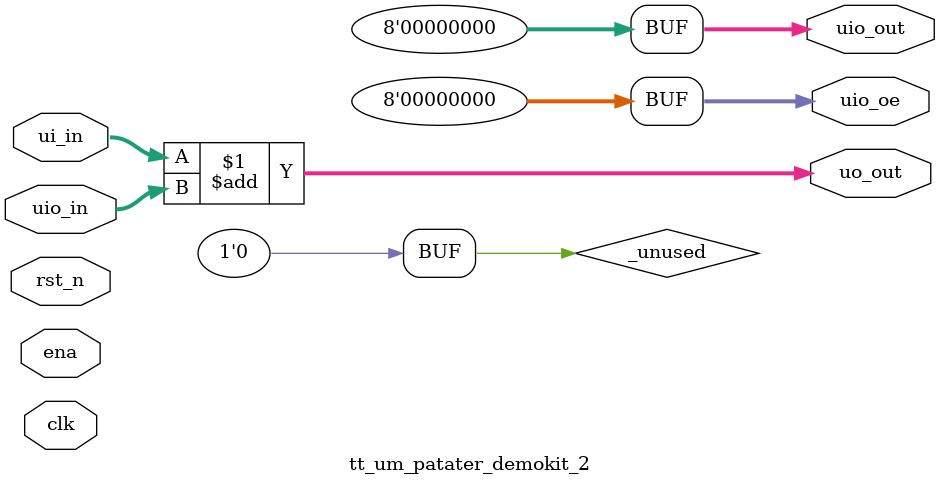
<source format=v>
/*
 * Copyright (c) 2024 Your Name
 * SPDX-License-Identifier: Apache-2.0
 */

`default_nettype none

module tt_um_patater_demokit_2 (
    input  wire [7:0] ui_in,    // Dedicated inputs
    output wire [7:0] uo_out,   // Dedicated outputs
    input  wire [7:0] uio_in,   // IOs: Input path
    output wire [7:0] uio_out,  // IOs: Output path
    output wire [7:0] uio_oe,   // IOs: Enable path (active high: 0=input, 1=output)
    input  wire       ena,      // always 1 when the design is powered, so you can ignore it
    input  wire       clk,      // clock
    input  wire       rst_n     // reset_n - low to reset
);

  // All output pins must be assigned. If not used, assign to 0.
  assign uo_out  = ui_in + uio_in;  // Example: ou_out is the sum of ui_in and uio_in
  assign uio_out = 0;
  assign uio_oe  = 0;

  // List all unused inputs to prevent warnings
  wire _unused = &{ena, clk, rst_n, 1'b0};

endmodule

</source>
